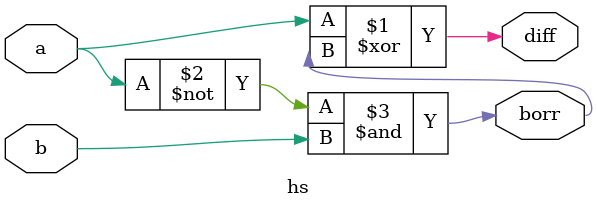
<source format=v>
module hs (a, b, diff, borr); 
input a,b; 
output diff, borr; 
xor gl (diff,a,borr);  
and g2 (borr, ~a,b); 
endmodule

</source>
